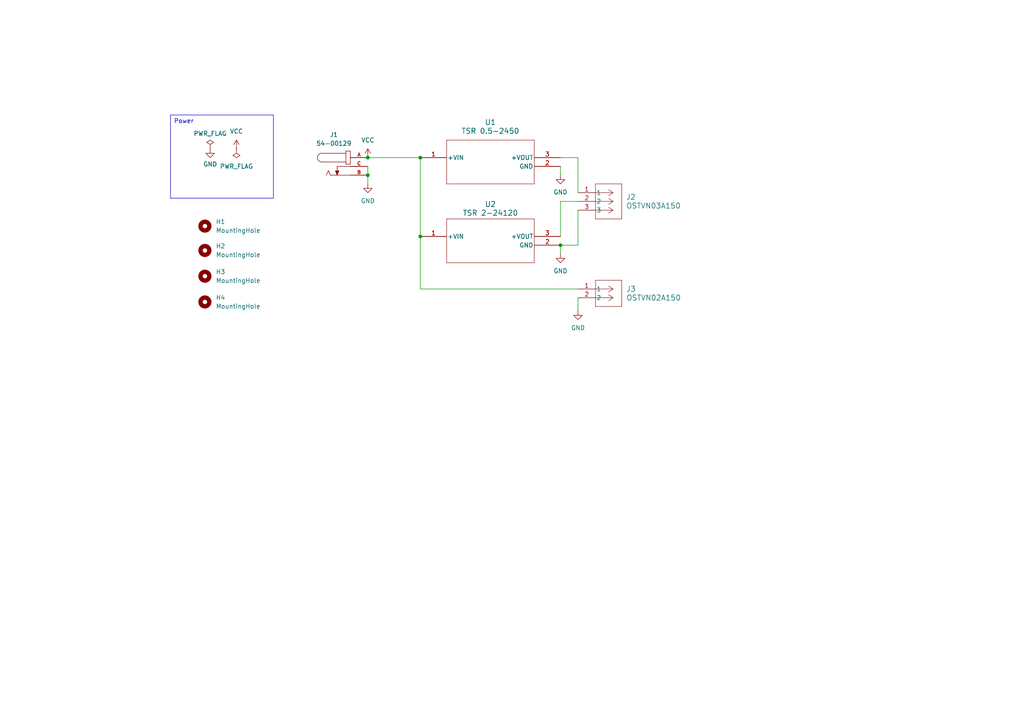
<source format=kicad_sch>
(kicad_sch (version 20231120) (generator "eeschema") (generator_version "8.0")
  (paper "A4")
  (lib_symbols
    (symbol "DCC-EX-symbols:54-00129" (pin_names (offset 1.016))
      (property "Reference" "J" (at -7.62 5.08 0))
      (property "Value" "54-00129" (at -7.62 -5.08 0))
      (symbol "54-00129_0_0"
        (arc (start -8.255 3.81) (mid -9.5195 2.54) (end -8.255 1.27) (stroke (width 0.1524)))
        (polyline (pts (xy -8.255 3.81) (xy -1.27 3.81)) (stroke (width 0.1524)))
        (polyline (pts (xy -6.35 -1.27) (xy -6.985 -2.54)) (stroke (width 0.1524)))
        (polyline (pts (xy -5.715 -2.54) (xy -6.35 -1.27)) (stroke (width 0.1524)))
        (polyline (pts (xy -3.81 0) (xy -3.81 -2.54)) (stroke (width 0.1524)))
        (polyline (pts (xy -1.27 0.635) (xy 0 0.635)) (stroke (width 0.1524)))
        (polyline (pts (xy -1.27 1.27) (xy -8.255 1.27)) (stroke (width 0.1524)))
        (polyline (pts (xy -1.27 1.27) (xy -1.27 0.635)) (stroke (width 0.1524)))
        (polyline (pts (xy -1.27 3.81) (xy -1.27 1.27)) (stroke (width 0.1524)))
        (polyline (pts (xy -1.27 4.445) (xy -1.27 3.81)) (stroke (width 0.1524)))
        (polyline (pts (xy 0 -2.54) (xy -5.715 -2.54)) (stroke (width 0.1524)))
        (polyline (pts (xy 0 0) (xy -3.81 0)) (stroke (width 0.1524)))
        (polyline (pts (xy 0 0.635) (xy 0 4.445)) (stroke (width 0.1524)))
        (polyline (pts (xy 0 4.445) (xy -1.27 4.445)) (stroke (width 0.1524)))
        (polyline (pts (xy -3.81 -2.54) (xy -4.318 -1.27) (xy -3.302 -1.27) (xy -3.81 -2.54)) (stroke (width 0.1524)) (fill (type outline)))
        (pin passive line (at 5.08 2.54 180) (length 5.08) (name "~") (number "A"))
        (pin passive line (at 5.08 -2.54 180) (length 5.08) (name "~") (number "B"))
        (pin passive line (at 5.08 0 180) (length 5.08) (name "~") (number "C"))
      )
    )
    (symbol "DCC-EX-symbols:OSTVN02A150" (pin_names (offset 0.254))
      (property "Reference" "J" (at 8.89 6.35 0))
      (property "Value" "OSTVN02A150" (at 0 0 0))
      (symbol "OSTVN02A150_1_1"
        (polyline (pts (xy 5.08 -5.08) (xy 12.7 -5.08)) (stroke (width 0.127)))
        (polyline (pts (xy 5.08 2.54) (xy 5.08 -5.08)) (stroke (width 0.127)))
        (polyline (pts (xy 10.16 -2.54) (xy 5.08 -2.54)) (stroke (width 0.127)))
        (polyline (pts (xy 10.16 -2.54) (xy 8.89 -3.3867)) (stroke (width 0.127)))
        (polyline (pts (xy 10.16 -2.54) (xy 8.89 -1.6933)) (stroke (width 0.127)))
        (polyline (pts (xy 10.16 0) (xy 5.08 0)) (stroke (width 0.127)))
        (polyline (pts (xy 10.16 0) (xy 8.89 -0.8467)) (stroke (width 0.127)))
        (polyline (pts (xy 10.16 0) (xy 8.89 0.8467)) (stroke (width 0.127)))
        (polyline (pts (xy 12.7 -5.08) (xy 12.7 2.54)) (stroke (width 0.127)))
        (polyline (pts (xy 12.7 2.54) (xy 5.08 2.54)) (stroke (width 0.127)))
        (pin unspecified line (at 0 0 0) (length 5.08) (name "1") (number "1"))
        (pin unspecified line (at 0 -2.54 0) (length 5.08) (name "2") (number "2"))
      )
      (symbol "OSTVN02A150_1_2"
        (polyline (pts (xy 5.08 -5.08) (xy 12.7 -5.08)) (stroke (width 0.127)))
        (polyline (pts (xy 5.08 2.54) (xy 5.08 -5.08)) (stroke (width 0.127)))
        (polyline (pts (xy 7.62 -2.54) (xy 5.08 -2.54)) (stroke (width 0.127)))
        (polyline (pts (xy 7.62 -2.54) (xy 8.89 -3.3867)) (stroke (width 0.127)))
        (polyline (pts (xy 7.62 -2.54) (xy 8.89 -1.6933)) (stroke (width 0.127)))
        (polyline (pts (xy 7.62 0) (xy 5.08 0)) (stroke (width 0.127)))
        (polyline (pts (xy 7.62 0) (xy 8.89 -0.8467)) (stroke (width 0.127)))
        (polyline (pts (xy 7.62 0) (xy 8.89 0.8467)) (stroke (width 0.127)))
        (polyline (pts (xy 12.7 -5.08) (xy 12.7 2.54)) (stroke (width 0.127)))
        (polyline (pts (xy 12.7 2.54) (xy 5.08 2.54)) (stroke (width 0.127)))
        (pin unspecified line (at 0 0 0) (length 5.08) (name "1") (number "1"))
        (pin unspecified line (at 0 -2.54 0) (length 5.08) (name "2") (number "2"))
      )
    )
    (symbol "DCC-EX-symbols:OSTVN03A150" (pin_names (offset 0.254))
      (property "Reference" "J" (at 8.89 6.35 0))
      (property "Value" "OSTVN03A150" (at 0 0 0))
      (symbol "OSTVN03A150_1_1"
        (polyline (pts (xy 5.08 -7.62) (xy 12.7 -7.62)) (stroke (width 0.127)))
        (polyline (pts (xy 5.08 2.54) (xy 5.08 -7.62)) (stroke (width 0.127)))
        (polyline (pts (xy 10.16 -5.08) (xy 5.08 -5.08)) (stroke (width 0.127)))
        (polyline (pts (xy 10.16 -5.08) (xy 8.89 -5.9267)) (stroke (width 0.127)))
        (polyline (pts (xy 10.16 -5.08) (xy 8.89 -4.2333)) (stroke (width 0.127)))
        (polyline (pts (xy 10.16 -2.54) (xy 5.08 -2.54)) (stroke (width 0.127)))
        (polyline (pts (xy 10.16 -2.54) (xy 8.89 -3.3867)) (stroke (width 0.127)))
        (polyline (pts (xy 10.16 -2.54) (xy 8.89 -1.6933)) (stroke (width 0.127)))
        (polyline (pts (xy 10.16 0) (xy 5.08 0)) (stroke (width 0.127)))
        (polyline (pts (xy 10.16 0) (xy 8.89 -0.8467)) (stroke (width 0.127)))
        (polyline (pts (xy 10.16 0) (xy 8.89 0.8467)) (stroke (width 0.127)))
        (polyline (pts (xy 12.7 -7.62) (xy 12.7 2.54)) (stroke (width 0.127)))
        (polyline (pts (xy 12.7 2.54) (xy 5.08 2.54)) (stroke (width 0.127)))
        (pin unspecified line (at 0 0 0) (length 5.08) (name "1") (number "1"))
        (pin unspecified line (at 0 -2.54 0) (length 5.08) (name "2") (number "2"))
        (pin unspecified line (at 0 -5.08 0) (length 5.08) (name "3") (number "3"))
      )
      (symbol "OSTVN03A150_1_2"
        (polyline (pts (xy 5.08 -7.62) (xy 12.7 -7.62)) (stroke (width 0.127)))
        (polyline (pts (xy 5.08 2.54) (xy 5.08 -7.62)) (stroke (width 0.127)))
        (polyline (pts (xy 7.62 -5.08) (xy 5.08 -5.08)) (stroke (width 0.127)))
        (polyline (pts (xy 7.62 -5.08) (xy 8.89 -5.9267)) (stroke (width 0.127)))
        (polyline (pts (xy 7.62 -5.08) (xy 8.89 -4.2333)) (stroke (width 0.127)))
        (polyline (pts (xy 7.62 -2.54) (xy 5.08 -2.54)) (stroke (width 0.127)))
        (polyline (pts (xy 7.62 -2.54) (xy 8.89 -3.3867)) (stroke (width 0.127)))
        (polyline (pts (xy 7.62 -2.54) (xy 8.89 -1.6933)) (stroke (width 0.127)))
        (polyline (pts (xy 7.62 0) (xy 5.08 0)) (stroke (width 0.127)))
        (polyline (pts (xy 7.62 0) (xy 8.89 -0.8467)) (stroke (width 0.127)))
        (polyline (pts (xy 7.62 0) (xy 8.89 0.8467)) (stroke (width 0.127)))
        (polyline (pts (xy 12.7 -7.62) (xy 12.7 2.54)) (stroke (width 0.127)))
        (polyline (pts (xy 12.7 2.54) (xy 5.08 2.54)) (stroke (width 0.127)))
        (pin unspecified line (at 0 0 0) (length 5.08) (name "1") (number "1"))
        (pin unspecified line (at 0 -2.54 0) (length 5.08) (name "2") (number "2"))
        (pin unspecified line (at 0 -5.08 0) (length 5.08) (name "3") (number "3"))
      )
    )
    (symbol "DCC-EX-symbols:TSR_0.5-2450" (pin_names (offset 0.254))
      (property "Reference" "U" (at 20.32 10.16 0))
      (property "Value" "TSR 0.5-2450" (at 20.32 7.62 0))
      (symbol "TSR_0.5-2450_0_1"
        (polyline (pts (xy 7.62 -7.62) (xy 33.02 -7.62)) (stroke (width 0.127)))
        (polyline (pts (xy 7.62 5.08) (xy 7.62 -7.62)) (stroke (width 0.127)))
        (polyline (pts (xy 33.02 -7.62) (xy 33.02 5.08)) (stroke (width 0.127)))
        (polyline (pts (xy 33.02 5.08) (xy 7.62 5.08)) (stroke (width 0.127)))
        (pin power_in line (at 0 0 0) (length 7.62) (name "+VIN") (number "1"))
        (pin power_out line (at 40.64 -2.54 180) (length 7.62) (name "GND") (number "2"))
      )
      (symbol "TSR_0.5-2450_1_1"
        (pin power_out line (at 40.64 0 180) (length 7.62) (name "+VOUT") (number "3"))
      )
    )
    (symbol "DCC-EX-symbols:TSR_2-24120" (pin_names (offset 0.254))
      (property "Reference" "U" (at 20.32 10.16 0))
      (property "Value" "TSR 2-24120" (at 20.32 7.62 0))
      (symbol "TSR_2-24120_0_1"
        (polyline (pts (xy 7.62 -7.62) (xy 33.02 -7.62)) (stroke (width 0.127)))
        (polyline (pts (xy 7.62 5.08) (xy 7.62 -7.62)) (stroke (width 0.127)))
        (polyline (pts (xy 33.02 -7.62) (xy 33.02 5.08)) (stroke (width 0.127)))
        (polyline (pts (xy 33.02 5.08) (xy 7.62 5.08)) (stroke (width 0.127)))
      )
      (symbol "TSR_2-24120_1_1"
        (pin power_in line (at 0 0 0) (length 7.62) (name "+VIN") (number "1"))
        (pin power_out line (at 40.64 -2.54 180) (length 7.62) (name "GND") (number "2"))
        (pin power_out line (at 40.64 0 180) (length 7.62) (name "+VOUT") (number "3"))
      )
    )
    (symbol "Mechanical:MountingHole" (pin_names (offset 1.016))
      (property "Reference" "H" (at 0 5.08 0))
      (property "Value" "MountingHole" (at 0 3.175 0))
      (symbol "MountingHole_0_1"
        (circle (center 0 0) (radius 1.27) (stroke (width 1.27)))
      )
    )
    (symbol "power:GND" (power) (pin_names (offset 0))
      (property "Value" "GND" (at 0 -3.81 0))
      (symbol "GND_0_1"
        (polyline (pts (xy 0 0) (xy 0 -1.27) (xy 1.27 -1.27) (xy 0 -2.54) (xy -1.27 -1.27) (xy 0 -1.27)))
      )
      (symbol "GND_1_1"
        (pin power_in line (at 0 0 270) (length 0) hide (name "GND") (number "1"))
      )
    )
    (symbol "power:PWR_FLAG" (power) (pin_numbers hide) (pin_names (offset 0) hide)
      (property "Value" "PWR_FLAG" (at 0 3.81 0))
      (symbol "PWR_FLAG_0_0"
        (pin power_out line (at 0 0 90) (length 0) (name "pwr") (number "1"))
      )
      (symbol "PWR_FLAG_0_1"
        (polyline (pts (xy 0 0) (xy 0 1.27) (xy -1.016 1.905) (xy 0 2.54) (xy 1.016 1.905) (xy 0 1.27)))
      )
    )
    (symbol "power:VCC" (power) (pin_names (offset 0))
      (property "Value" "VCC" (at 0 3.81 0))
      (symbol "VCC_0_1"
        (polyline (pts (xy -0.762 1.27) (xy 0 2.54)))
        (polyline (pts (xy 0 0) (xy 0 2.54)))
        (polyline (pts (xy 0 2.54) (xy 0.762 1.27)))
      )
      (symbol "VCC_1_1"
        (pin power_in line (at 0 0 90) (length 0) hide (name "VCC") (number "1"))
      )
    )
  )
  (junction (at 106.68 50.8))
  (junction (at 121.92 68.58))
  (junction (at 121.92 45.72))
  (junction (at 106.68 45.72))
  (junction (at 162.56 71.12))
  (wire (pts (xy 167.64 71.12) (xy 167.64 60.96)))
  (wire (pts (xy 162.56 45.72) (xy 167.64 45.72)))
  (wire (pts (xy 162.56 48.26) (xy 162.56 50.8)))
  (wire (pts (xy 106.68 50.8) (xy 106.68 53.34)))
  (wire (pts (xy 167.64 45.72) (xy 167.64 55.88)))
  (wire (pts (xy 162.56 68.58) (xy 162.56 58.42)))
  (wire (pts (xy 162.56 71.12) (xy 167.64 71.12)))
  (wire (pts (xy 106.68 45.72) (xy 121.92 45.72)))
  (wire (pts (xy 162.56 58.42) (xy 167.64 58.42)))
  (wire (pts (xy 162.56 71.12) (xy 162.56 73.66)))
  (wire (pts (xy 106.68 48.26) (xy 106.68 50.8)))
  (wire (pts (xy 167.64 86.36) (xy 167.64 90.17)))
  (wire (pts (xy 121.92 83.82) (xy 167.64 83.82)))
  (wire (pts (xy 121.92 45.72) (xy 121.92 68.58)))
  (wire (pts (xy 121.92 68.58) (xy 121.92 83.82)))
  (text_box "Power" (at 49.4538 33.3502 0) (size 29.845 24.13) (effects (font (size 1.27 1.27)) (justify left top)))
  (symbol (lib_id "power:GND") (at 60.96 43.18 0) (unit 1)
    (property "Reference" "#PWR01" (effects (hide yes)))
    (property "Value" "GND" (at 60.96 47.625 0))
  )
  (symbol (lib_id "DCC-EX-symbols:TSR_0.5-2450") (at 121.92 45.72 0) (unit 1)
    (property "Reference" "U1" (at 142.24 35.4584 0) (effects (font (size 1.524 1.524))))
    (property "Value" "TSR 0.5-2450" (at 142.24 37.9984 0) (effects (font (size 1.524 1.524))))
    (property "Footprint" "TSR0P5_TRP" (effects (hide yes)))
    (property "Datasheet" "TSR 0.5-2450" (effects (hide yes)))
  )
  (symbol (lib_id "Mechanical:MountingHole") (at 59.436 87.5792 0) (unit 1)
    (property "Reference" "H4" (at 62.5856 86.3092 0) (effects (justify left)))
    (property "Value" "MountingHole" (at 62.5856 88.8492 0) (effects (justify left)))
    (property "Footprint" "MountingHole:MountingHole_3mm" (effects (hide yes)))
  )
  (symbol (lib_id "power:VCC") (at 106.68 45.72 0) (unit 1)
    (property "Reference" "#PWR03" (effects (hide yes)))
    (property "Value" "VCC" (at 106.68 40.64 0))
  )
  (symbol (lib_id "Mechanical:MountingHole") (at 59.436 72.644 0) (unit 1)
    (property "Reference" "H2" (at 62.5856 71.374 0) (effects (justify left)))
    (property "Value" "MountingHole" (at 62.5856 73.914 0) (effects (justify left)))
    (property "Footprint" "MountingHole:MountingHole_3mm" (effects (hide yes)))
  )
  (symbol (lib_id "DCC-EX-symbols:54-00129") (at 101.6 48.26 0) (unit 1)
    (property "Reference" "J1" (at 96.8402 39.0652 0))
    (property "Value" "54-00129" (at 96.8402 41.6052 0))
    (property "Footprint" "DCC-EX-PS:TENSILITY_54-00129" (effects (hide yes)))
    (property "PARTREV" "A" (effects (hide yes)))
    (property "STANDARD" "IPC-7351B" (effects (hide yes)))
    (property "SNAPEDA_PN" "54-00129" (effects (hide yes)))
    (property "MAXIMUM_PACKAGE_HEIGHT" "10.8mm" (effects (hide yes)))
    (property "MANUFACTURER" "TENSILITY" (effects (hide yes)))
  )
  (symbol (lib_id "power:GND") (at 106.68 53.34 0) (unit 1)
    (property "Reference" "#PWR05" (effects (hide yes)))
    (property "Value" "GND" (at 106.68 58.2676 0))
  )
  (symbol (lib_id "DCC-EX-symbols:OSTVN03A150") (at 167.64 55.88 0) (unit 1)
    (property "Reference" "J2" (at 181.5592 57.15 0) (effects (font (size 1.524 1.524)) (justify left)))
    (property "Value" "OSTVN03A150" (at 181.5592 59.69 0) (effects (font (size 1.524 1.524)) (justify left)))
    (property "Footprint" "CONN3_OSTVN03A150_OST" (effects (hide yes)))
    (property "Datasheet" "OSTVN03A150" (effects (hide yes)))
  )
  (symbol (lib_id "power:GND") (at 162.56 50.8 0) (unit 1)
    (property "Reference" "#PWR04" (effects (hide yes)))
    (property "Value" "GND" (at 162.56 55.7276 0))
  )
  (symbol (lib_id "power:PWR_FLAG") (at 60.96 43.18 0) (unit 1)
    (property "Reference" "#FLG01" (effects (hide yes)))
    (property "Value" "PWR_FLAG" (at 60.96 38.735 0))
  )
  (symbol (lib_id "power:VCC") (at 68.58 43.18 0) (unit 1)
    (property "Reference" "#PWR02" (effects (hide yes)))
    (property "Value" "VCC" (at 68.58 38.1 0))
  )
  (symbol (lib_id "Mechanical:MountingHole") (at 59.436 65.5828 0) (unit 1)
    (property "Reference" "H1" (at 62.5856 64.3128 0) (effects (justify left)))
    (property "Value" "MountingHole" (at 62.5856 66.8528 0) (effects (justify left)))
    (property "Footprint" "MountingHole:MountingHole_3mm" (effects (hide yes)))
  )
  (symbol (lib_id "power:PWR_FLAG") (at 68.58 43.18 180) (unit 1)
    (property "Reference" "#FLG02" (effects (hide yes)))
    (property "Value" "PWR_FLAG" (at 68.58 48.26 0))
  )
  (symbol (lib_id "power:GND") (at 162.56 73.66 0) (unit 1)
    (property "Reference" "#PWR06" (effects (hide yes)))
    (property "Value" "GND" (at 162.56 78.5876 0))
  )
  (symbol (lib_id "Mechanical:MountingHole") (at 59.436 80.1116 0) (unit 1)
    (property "Reference" "H3" (at 62.5856 78.8416 0) (effects (justify left)))
    (property "Value" "MountingHole" (at 62.5856 81.3816 0) (effects (justify left)))
    (property "Footprint" "MountingHole:MountingHole_3mm" (effects (hide yes)))
  )
  (symbol (lib_id "power:GND") (at 167.64 90.17 0) (unit 1)
    (property "Reference" "#PWR07" (effects (hide yes)))
    (property "Value" "GND" (at 167.64 95.0976 0))
  )
  (symbol (lib_id "DCC-EX-symbols:OSTVN02A150") (at 167.64 83.82 0) (unit 1)
    (property "Reference" "J3" (at 181.61 83.82 0) (effects (font (size 1.524 1.524)) (justify left)))
    (property "Value" "OSTVN02A150" (at 181.61 86.36 0) (effects (font (size 1.524 1.524)) (justify left)))
    (property "Footprint" "CONN_OSTVN02A150_OST" (effects (hide yes)))
    (property "Datasheet" "OSTVN02A150" (effects (hide yes)))
  )
  (symbol (lib_id "DCC-EX-symbols:TSR_2-24120") (at 121.92 68.58 0) (unit 1)
    (property "Reference" "U2" (at 142.24 59.2328 0) (effects (font (size 1.524 1.524))))
    (property "Value" "TSR 2-24120" (at 142.24 61.7728 0) (effects (font (size 1.524 1.524))))
    (property "Footprint" "TSR2-SINGLE_TRP" (effects (hide yes)))
    (property "Datasheet" "TSR 2-24120" (effects (hide yes)))
  )
)
</source>
